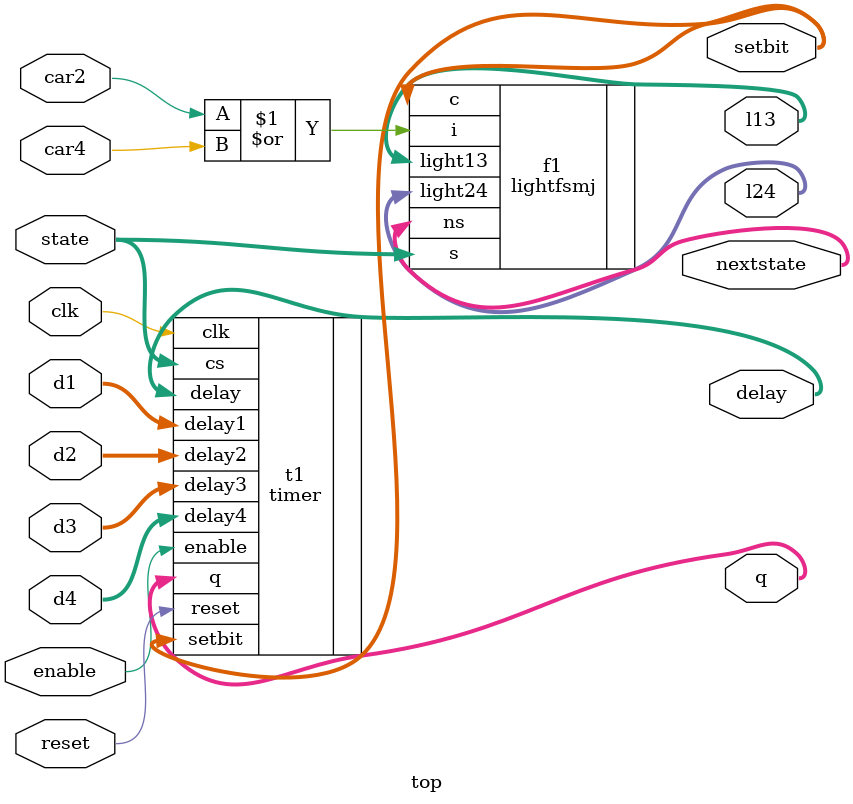
<source format=v>
`timescale 1ns/1ns
module top(enable, clk, reset, car2, car4, state, nextstate, l13, l24, d1, d2, d3, d4, setbit, q, delay);
  input car2, car4, enable, clk, reset;
  output wire [1:0] l13, l24;
  output wire [1:0] nextstate;
  input wire [1:0] state;
  output wire [3:0] setbit, q, delay;
  input wire [3:0] d1, d2, d3, d4;
  
  lightfsmj f1(.i(car2|car4),.c(setbit),.s(state),.ns(nextstate), .light13(l13), .light24(l24));
  timer t1(.enable(enable), .clk(clk), .reset(reset), .setbit(setbit), .cs(state), .delay1(d1), .delay2(d2), .delay3(d3), .delay4(d4), .q(q), .delay(delay));
  
endmodule

</source>
